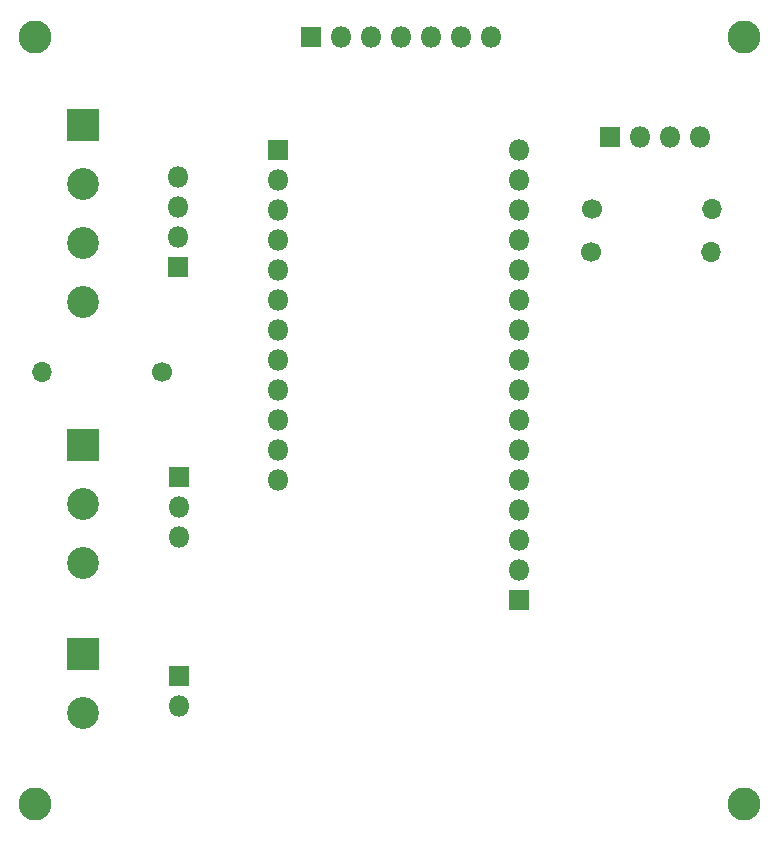
<source format=gbr>
%TF.GenerationSoftware,KiCad,Pcbnew,5.1.6-c6e7f7d~87~ubuntu18.04.1*%
%TF.CreationDate,2020-11-02T17:54:18-05:00*%
%TF.ProjectId,remote,72656d6f-7465-42e6-9b69-6361645f7063,rev?*%
%TF.SameCoordinates,Original*%
%TF.FileFunction,Soldermask,Bot*%
%TF.FilePolarity,Negative*%
%FSLAX46Y46*%
G04 Gerber Fmt 4.6, Leading zero omitted, Abs format (unit mm)*
G04 Created by KiCad (PCBNEW 5.1.6-c6e7f7d~87~ubuntu18.04.1) date 2020-11-02 17:54:18*
%MOMM*%
%LPD*%
G01*
G04 APERTURE LIST*
%ADD10O,1.800000X1.800000*%
%ADD11R,1.800000X1.800000*%
%ADD12C,2.800000*%
%ADD13O,1.700000X1.700000*%
%ADD14C,1.700000*%
%ADD15C,2.700000*%
%ADD16R,2.700000X2.700000*%
G04 APERTURE END LIST*
D10*
%TO.C,J9*%
X121920000Y-51308000D03*
X119380000Y-51308000D03*
X116840000Y-51308000D03*
X114300000Y-51308000D03*
X111760000Y-51308000D03*
X109220000Y-51308000D03*
D11*
X106680000Y-51308000D03*
%TD*%
D12*
%TO.C,H4*%
X143312000Y-116300000D03*
%TD*%
%TO.C,H3*%
X83312000Y-116300000D03*
%TD*%
%TO.C,H2*%
X143312000Y-51308000D03*
%TD*%
%TO.C,H1*%
X83312000Y-51308000D03*
%TD*%
D10*
%TO.C,J10*%
X95430000Y-63155000D03*
X95430000Y-65695000D03*
X95430000Y-68235000D03*
D11*
X95430000Y-70775000D03*
%TD*%
D13*
%TO.C,R3*%
X140535000Y-69525000D03*
D14*
X130375000Y-69525000D03*
%TD*%
D13*
%TO.C,R2*%
X140660000Y-65850000D03*
D14*
X130500000Y-65850000D03*
%TD*%
D13*
%TO.C,R1*%
X83891000Y-79688000D03*
D14*
X94051000Y-79688000D03*
%TD*%
D15*
%TO.C,J8*%
X87376000Y-108563000D03*
D16*
X87376000Y-103563000D03*
%TD*%
D11*
%TO.C,J7*%
X124300000Y-99000000D03*
D10*
X124300000Y-96460000D03*
X124300000Y-93920000D03*
X124300000Y-91380000D03*
X124300000Y-88840000D03*
X124300000Y-86300000D03*
X124300000Y-83760000D03*
X124300000Y-81220000D03*
X124300000Y-78680000D03*
X124300000Y-76140000D03*
X124300000Y-73600000D03*
X124300000Y-71060000D03*
X124300000Y-68520000D03*
X124300000Y-65980000D03*
X124300000Y-63440000D03*
X124300000Y-60900000D03*
%TD*%
%TO.C,J6*%
X103900000Y-88840000D03*
X103900000Y-86300000D03*
X103900000Y-83760000D03*
X103900000Y-81220000D03*
X103900000Y-78680000D03*
X103900000Y-76140000D03*
X103900000Y-73600000D03*
X103900000Y-71060000D03*
X103900000Y-68520000D03*
X103900000Y-65980000D03*
X103900000Y-63440000D03*
D11*
X103900000Y-60900000D03*
%TD*%
D10*
%TO.C,J5*%
X95504000Y-107950000D03*
D11*
X95504000Y-105410000D03*
%TD*%
D15*
%TO.C,J4*%
X87401000Y-73763000D03*
X87401000Y-68763000D03*
X87401000Y-63763000D03*
D16*
X87401000Y-58763000D03*
%TD*%
D10*
%TO.C,J3*%
X139595000Y-59775000D03*
X137055000Y-59775000D03*
X134515000Y-59775000D03*
D11*
X131975000Y-59775000D03*
%TD*%
D15*
%TO.C,J2*%
X87376000Y-95888000D03*
X87376000Y-90888000D03*
D16*
X87376000Y-85888000D03*
%TD*%
D10*
%TO.C,J1*%
X95504000Y-93630000D03*
X95504000Y-91090000D03*
D11*
X95504000Y-88550000D03*
%TD*%
M02*

</source>
